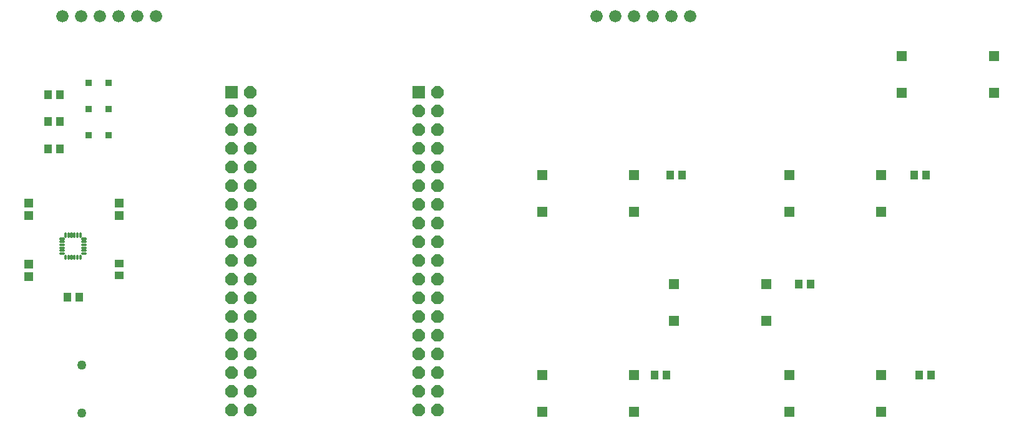
<source format=gbr>
G04 EAGLE Gerber X2 export*
%TF.Part,Single*%
%TF.FileFunction,Soldermask,Top,1*%
%TF.FilePolarity,Negative*%
%TF.GenerationSoftware,Autodesk,EAGLE,8.7.1*%
%TF.CreationDate,2018-04-20T19:54:14Z*%
G75*
%MOMM*%
%FSLAX34Y34*%
%LPD*%
%AMOC8*
5,1,8,0,0,1.08239X$1,22.5*%
G01*
%ADD10C,0.264300*%
%ADD11R,1.152400X1.252400*%
%ADD12R,1.460400X1.460400*%
%ADD13R,1.102359X1.183641*%
%ADD14C,1.676400*%
%ADD15R,1.676400X1.676400*%
%ADD16P,1.814519X8X292.500000*%
%ADD17R,0.952400X0.952400*%
%ADD18R,1.183641X1.102359*%
%ADD19C,1.260400*%


D10*
X340219Y296511D02*
X345101Y296511D01*
X345101Y295629D01*
X340219Y295629D01*
X340219Y296511D01*
X340219Y300511D02*
X345101Y300511D01*
X345101Y299629D01*
X340219Y299629D01*
X340219Y300511D01*
X340219Y304511D02*
X345101Y304511D01*
X345101Y303629D01*
X340219Y303629D01*
X340219Y304511D01*
X340219Y308511D02*
X345101Y308511D01*
X345101Y307629D01*
X340219Y307629D01*
X340219Y308511D01*
X340219Y312511D02*
X345101Y312511D01*
X345101Y311629D01*
X340219Y311629D01*
X340219Y312511D01*
X340219Y316511D02*
X345101Y316511D01*
X345101Y315629D01*
X340219Y315629D01*
X340219Y316511D01*
X337219Y318629D02*
X337219Y323511D01*
X338101Y323511D01*
X338101Y318629D01*
X337219Y318629D01*
X337219Y321271D02*
X338101Y321271D01*
X333219Y323511D02*
X333219Y318629D01*
X333219Y323511D02*
X334101Y323511D01*
X334101Y318629D01*
X333219Y318629D01*
X333219Y321271D02*
X334101Y321271D01*
X329219Y323511D02*
X329219Y318629D01*
X329219Y323511D02*
X330101Y323511D01*
X330101Y318629D01*
X329219Y318629D01*
X329219Y321271D02*
X330101Y321271D01*
X325219Y323511D02*
X325219Y318629D01*
X325219Y323511D02*
X326101Y323511D01*
X326101Y318629D01*
X325219Y318629D01*
X325219Y321271D02*
X326101Y321271D01*
X321219Y323511D02*
X321219Y318629D01*
X321219Y323511D02*
X322101Y323511D01*
X322101Y318629D01*
X321219Y318629D01*
X321219Y321271D02*
X322101Y321271D01*
X317219Y323511D02*
X317219Y318629D01*
X317219Y323511D02*
X318101Y323511D01*
X318101Y318629D01*
X317219Y318629D01*
X317219Y321271D02*
X318101Y321271D01*
X315101Y316511D02*
X310219Y316511D01*
X315101Y316511D02*
X315101Y315629D01*
X310219Y315629D01*
X310219Y316511D01*
X310219Y312511D02*
X315101Y312511D01*
X315101Y311629D01*
X310219Y311629D01*
X310219Y312511D01*
X310219Y308511D02*
X315101Y308511D01*
X315101Y307629D01*
X310219Y307629D01*
X310219Y308511D01*
X310219Y304511D02*
X315101Y304511D01*
X315101Y303629D01*
X310219Y303629D01*
X310219Y304511D01*
X310219Y300511D02*
X315101Y300511D01*
X315101Y299629D01*
X310219Y299629D01*
X310219Y300511D01*
X310219Y296511D02*
X315101Y296511D01*
X315101Y295629D01*
X310219Y295629D01*
X310219Y296511D01*
X317219Y293511D02*
X317219Y288629D01*
X317219Y293511D02*
X318101Y293511D01*
X318101Y288629D01*
X317219Y288629D01*
X317219Y291271D02*
X318101Y291271D01*
X321219Y293511D02*
X321219Y288629D01*
X321219Y293511D02*
X322101Y293511D01*
X322101Y288629D01*
X321219Y288629D01*
X321219Y291271D02*
X322101Y291271D01*
X325219Y293511D02*
X325219Y288629D01*
X325219Y293511D02*
X326101Y293511D01*
X326101Y288629D01*
X325219Y288629D01*
X325219Y291271D02*
X326101Y291271D01*
X329219Y293511D02*
X329219Y288629D01*
X329219Y293511D02*
X330101Y293511D01*
X330101Y288629D01*
X329219Y288629D01*
X329219Y291271D02*
X330101Y291271D01*
X333219Y293511D02*
X333219Y288629D01*
X333219Y293511D02*
X334101Y293511D01*
X334101Y288629D01*
X333219Y288629D01*
X333219Y291271D02*
X334101Y291271D01*
X337219Y293511D02*
X337219Y288629D01*
X337219Y293511D02*
X338101Y293511D01*
X338101Y288629D01*
X337219Y288629D01*
X337219Y291271D02*
X338101Y291271D01*
D11*
X267970Y364100D03*
X267970Y347100D03*
X391160Y347100D03*
X391160Y364100D03*
X267970Y264550D03*
X267970Y281550D03*
D12*
X1424940Y80810D03*
X1299940Y80810D03*
X1424940Y130810D03*
X1299940Y130810D03*
X1268730Y204000D03*
X1143730Y204000D03*
X1268730Y254000D03*
X1143730Y254000D03*
X1089660Y352590D03*
X964660Y352590D03*
X1089660Y402590D03*
X964660Y402590D03*
X1089660Y80810D03*
X964660Y80810D03*
X1089660Y130810D03*
X964660Y130810D03*
X1424940Y352590D03*
X1299940Y352590D03*
X1424940Y402590D03*
X1299940Y402590D03*
D13*
X1485646Y402590D03*
X1469644Y402590D03*
X1492631Y130810D03*
X1476629Y130810D03*
X1328801Y254000D03*
X1312799Y254000D03*
X1154811Y402590D03*
X1138809Y402590D03*
X1133221Y130810D03*
X1117219Y130810D03*
D14*
X313690Y618490D03*
X339090Y618490D03*
X364490Y618490D03*
X389890Y618490D03*
X415290Y618490D03*
X440690Y618490D03*
X1038860Y618490D03*
X1064260Y618490D03*
X1089660Y618490D03*
X1115060Y618490D03*
X1140460Y618490D03*
X1165860Y618490D03*
D15*
X543300Y514940D03*
D16*
X568700Y514940D03*
X543300Y489540D03*
X568700Y489540D03*
X543300Y464140D03*
X568700Y464140D03*
X543300Y438740D03*
X568700Y438740D03*
X543300Y413340D03*
X568700Y413340D03*
X543300Y387940D03*
X568700Y387940D03*
X543300Y362540D03*
X568700Y362540D03*
X543300Y337140D03*
X568700Y337140D03*
X543300Y311740D03*
X568700Y311740D03*
X543300Y286340D03*
X568700Y286340D03*
X543300Y260940D03*
X568700Y260940D03*
X543300Y235540D03*
X568700Y235540D03*
X543300Y210140D03*
X568700Y210140D03*
X543300Y184740D03*
X568700Y184740D03*
X543300Y159340D03*
X568700Y159340D03*
X543300Y133940D03*
X568700Y133940D03*
X543300Y108540D03*
X568700Y108540D03*
X543300Y83140D03*
X568700Y83140D03*
D15*
X797300Y514940D03*
D16*
X822700Y514940D03*
X797300Y489540D03*
X822700Y489540D03*
X797300Y464140D03*
X822700Y464140D03*
X797300Y438740D03*
X822700Y438740D03*
X797300Y413340D03*
X822700Y413340D03*
X797300Y387940D03*
X822700Y387940D03*
X797300Y362540D03*
X822700Y362540D03*
X797300Y337140D03*
X822700Y337140D03*
X797300Y311740D03*
X822700Y311740D03*
X797300Y286340D03*
X822700Y286340D03*
X797300Y260940D03*
X822700Y260940D03*
X797300Y235540D03*
X822700Y235540D03*
X797300Y210140D03*
X822700Y210140D03*
X797300Y184740D03*
X822700Y184740D03*
X797300Y159340D03*
X822700Y159340D03*
X797300Y133940D03*
X822700Y133940D03*
X797300Y108540D03*
X822700Y108540D03*
X797300Y83140D03*
X822700Y83140D03*
D17*
X376300Y528130D03*
X349300Y528130D03*
X376300Y457010D03*
X349300Y457010D03*
X376300Y492570D03*
X349300Y492570D03*
D13*
X310261Y474980D03*
X294259Y474980D03*
X310261Y511810D03*
X294259Y511810D03*
X310261Y438150D03*
X294259Y438150D03*
D12*
X1452880Y564350D03*
X1577880Y564350D03*
X1452880Y514350D03*
X1577880Y514350D03*
D18*
X391160Y282321D03*
X391160Y266319D03*
D13*
X320929Y236220D03*
X336931Y236220D03*
D19*
X339960Y143850D03*
X339960Y78850D03*
M02*

</source>
